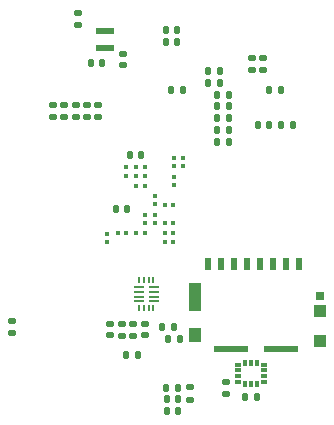
<source format=gbr>
%TF.GenerationSoftware,KiCad,Pcbnew,8.0.1*%
%TF.CreationDate,2024-03-29T03:09:59+00:00*%
%TF.ProjectId,watch_main,77617463-685f-46d6-9169-6e2e6b696361,rev?*%
%TF.SameCoordinates,Original*%
%TF.FileFunction,Paste,Bot*%
%TF.FilePolarity,Positive*%
%FSLAX46Y46*%
G04 Gerber Fmt 4.6, Leading zero omitted, Abs format (unit mm)*
G04 Created by KiCad (PCBNEW 8.0.1) date 2024-03-29 03:09:59*
%MOMM*%
%LPD*%
G01*
G04 APERTURE LIST*
G04 Aperture macros list*
%AMRoundRect*
0 Rectangle with rounded corners*
0 $1 Rounding radius*
0 $2 $3 $4 $5 $6 $7 $8 $9 X,Y pos of 4 corners*
0 Add a 4 corners polygon primitive as box body*
4,1,4,$2,$3,$4,$5,$6,$7,$8,$9,$2,$3,0*
0 Add four circle primitives for the rounded corners*
1,1,$1+$1,$2,$3*
1,1,$1+$1,$4,$5*
1,1,$1+$1,$6,$7*
1,1,$1+$1,$8,$9*
0 Add four rect primitives between the rounded corners*
20,1,$1+$1,$2,$3,$4,$5,0*
20,1,$1+$1,$4,$5,$6,$7,0*
20,1,$1+$1,$6,$7,$8,$9,0*
20,1,$1+$1,$8,$9,$2,$3,0*%
G04 Aperture macros list end*
%ADD10R,1.600000X0.550000*%
%ADD11RoundRect,0.135000X-0.185000X0.135000X-0.185000X-0.135000X0.185000X-0.135000X0.185000X0.135000X0*%
%ADD12RoundRect,0.079500X0.100500X-0.079500X0.100500X0.079500X-0.100500X0.079500X-0.100500X-0.079500X0*%
%ADD13RoundRect,0.140000X-0.140000X-0.170000X0.140000X-0.170000X0.140000X0.170000X-0.140000X0.170000X0*%
%ADD14RoundRect,0.135000X-0.135000X-0.185000X0.135000X-0.185000X0.135000X0.185000X-0.135000X0.185000X0*%
%ADD15RoundRect,0.140000X0.170000X-0.140000X0.170000X0.140000X-0.170000X0.140000X-0.170000X-0.140000X0*%
%ADD16RoundRect,0.140000X-0.170000X0.140000X-0.170000X-0.140000X0.170000X-0.140000X0.170000X0.140000X0*%
%ADD17RoundRect,0.140000X0.140000X0.170000X-0.140000X0.170000X-0.140000X-0.170000X0.140000X-0.170000X0*%
%ADD18R,0.900000X0.220000*%
%ADD19R,0.850000X0.220000*%
%ADD20R,0.220000X0.550000*%
%ADD21RoundRect,0.079500X-0.079500X-0.100500X0.079500X-0.100500X0.079500X0.100500X-0.079500X0.100500X0*%
%ADD22RoundRect,0.135000X0.185000X-0.135000X0.185000X0.135000X-0.185000X0.135000X-0.185000X-0.135000X0*%
%ADD23R,0.533400X0.304800*%
%ADD24R,0.304800X0.533400*%
%ADD25RoundRect,0.135000X0.135000X0.185000X-0.135000X0.185000X-0.135000X-0.185000X0.135000X-0.185000X0*%
%ADD26RoundRect,0.079500X0.079500X0.100500X-0.079500X0.100500X-0.079500X-0.100500X0.079500X-0.100500X0*%
%ADD27RoundRect,0.079500X-0.100500X0.079500X-0.100500X-0.079500X0.100500X-0.079500X0.100500X0.079500X0*%
%ADD28R,0.500000X1.000000*%
%ADD29R,0.720000X0.780000*%
%ADD30R,1.050000X1.080000*%
%ADD31R,1.050000X1.105000*%
%ADD32R,1.050000X1.200000*%
%ADD33R,1.050000X2.390000*%
%ADD34R,2.910000X0.550000*%
G04 APERTURE END LIST*
D10*
%TO.C,L301*%
X146400000Y-82325000D03*
X146400000Y-80875000D03*
%TD*%
D11*
%TO.C,R302*%
X145800000Y-87190000D03*
X145800000Y-88210000D03*
%TD*%
D12*
%TO.C,C909*%
X150600000Y-97145000D03*
X150600000Y-96455000D03*
%TD*%
D13*
%TO.C,C206*%
X161320000Y-88900000D03*
X162280000Y-88900000D03*
%TD*%
%TO.C,C305*%
X145220000Y-83600000D03*
X146180000Y-83600000D03*
%TD*%
D11*
%TO.C,R303*%
X142950000Y-87200000D03*
X142950000Y-88220000D03*
%TD*%
D14*
%TO.C,R1403*%
X151590000Y-111100000D03*
X152610000Y-111100000D03*
%TD*%
D11*
%TO.C,R1404*%
X153600000Y-111090000D03*
X153600000Y-112110000D03*
%TD*%
D14*
%TO.C,R206*%
X155890000Y-89300000D03*
X156910000Y-89300000D03*
%TD*%
D15*
%TO.C,C403*%
X146800000Y-106680000D03*
X146800000Y-105720000D03*
%TD*%
D13*
%TO.C,C1003*%
X152020000Y-85900000D03*
X152980000Y-85900000D03*
%TD*%
D12*
%TO.C,C912*%
X149800000Y-97145000D03*
X149800000Y-96455000D03*
%TD*%
D16*
%TO.C,C1304*%
X156599874Y-110650000D03*
X156599874Y-111610000D03*
%TD*%
D14*
%TO.C,R1402*%
X151190000Y-106000000D03*
X152210000Y-106000000D03*
%TD*%
D17*
%TO.C,C1401*%
X152580000Y-112100000D03*
X151620000Y-112100000D03*
%TD*%
D18*
%TO.C,IC1102*%
X149300000Y-103800000D03*
D19*
X149275000Y-103400000D03*
X149275000Y-103000000D03*
X149275000Y-102600000D03*
D20*
X149300000Y-102025000D03*
X149700000Y-102025000D03*
X150100000Y-102025000D03*
X150500000Y-102025000D03*
D19*
X150525000Y-102600000D03*
X150525000Y-103000000D03*
X150525000Y-103400000D03*
X150525000Y-103800000D03*
D20*
X150500000Y-104375000D03*
X150100000Y-104375000D03*
X149700000Y-104375000D03*
X149300000Y-104375000D03*
%TD*%
D12*
%TO.C,C908*%
X149800000Y-93145000D03*
X149800000Y-92455000D03*
%TD*%
D15*
%TO.C,C1005*%
X147900000Y-83780000D03*
X147900000Y-82820000D03*
%TD*%
D21*
%TO.C,C903*%
X151455000Y-98000000D03*
X152145000Y-98000000D03*
%TD*%
%TO.C,C910*%
X151455000Y-98800000D03*
X152145000Y-98800000D03*
%TD*%
D15*
%TO.C,C203*%
X158800000Y-84180000D03*
X158800000Y-83220000D03*
%TD*%
D14*
%TO.C,R806*%
X155890000Y-87300000D03*
X156910000Y-87300000D03*
%TD*%
D22*
%TO.C,R805*%
X147800000Y-106710000D03*
X147800000Y-105690000D03*
%TD*%
D21*
%TO.C,C911*%
X151455000Y-95600000D03*
X152145000Y-95600000D03*
%TD*%
D23*
%TO.C,U1301*%
X159881600Y-109149811D03*
X159881600Y-109649937D03*
X159881600Y-110150063D03*
X159881600Y-110650189D03*
D24*
X159251426Y-110789000D03*
X158751300Y-110789000D03*
X158251174Y-110789000D03*
D23*
X157621000Y-110650189D03*
X157621000Y-110150063D03*
X157621000Y-109649937D03*
X157621000Y-109149811D03*
D24*
X158251174Y-109011000D03*
X158751300Y-109011000D03*
X159251426Y-109011000D03*
%TD*%
D17*
%TO.C,C208*%
X160280000Y-88900000D03*
X159320000Y-88900000D03*
%TD*%
D25*
%TO.C,R1401*%
X152710000Y-107000000D03*
X151690000Y-107000000D03*
%TD*%
D14*
%TO.C,R808*%
X155890000Y-86300000D03*
X156910000Y-86300000D03*
%TD*%
D26*
%TO.C,C904*%
X149745000Y-94000000D03*
X149055000Y-94000000D03*
%TD*%
D22*
%TO.C,R401*%
X138500000Y-106510000D03*
X138500000Y-105490000D03*
%TD*%
D21*
%TO.C,C905*%
X151455000Y-97200000D03*
X152145000Y-97200000D03*
%TD*%
D16*
%TO.C,C1102*%
X149800000Y-105710000D03*
X149800000Y-106670000D03*
%TD*%
D26*
%TO.C,C919*%
X148145000Y-98000000D03*
X147455000Y-98000000D03*
%TD*%
D21*
%TO.C,C901*%
X149055000Y-98000000D03*
X149745000Y-98000000D03*
%TD*%
D17*
%TO.C,C913*%
X148280000Y-96000000D03*
X147320000Y-96000000D03*
%TD*%
%TO.C,C917*%
X149480000Y-91400000D03*
X148520000Y-91400000D03*
%TD*%
%TO.C,C1302*%
X159231300Y-111900000D03*
X158271300Y-111900000D03*
%TD*%
D27*
%TO.C,C915*%
X150600000Y-94855000D03*
X150600000Y-95545000D03*
%TD*%
%TO.C,C920*%
X152200000Y-93255000D03*
X152200000Y-93945000D03*
%TD*%
D15*
%TO.C,C302*%
X144100000Y-80380000D03*
X144100000Y-79420000D03*
%TD*%
D17*
%TO.C,C1002*%
X152480000Y-80800000D03*
X151520000Y-80800000D03*
%TD*%
D22*
%TO.C,R807*%
X148800000Y-106710000D03*
X148800000Y-105690000D03*
%TD*%
D12*
%TO.C,C902*%
X153000000Y-92345000D03*
X153000000Y-91655000D03*
%TD*%
D27*
%TO.C,C918*%
X148200000Y-92455000D03*
X148200000Y-93145000D03*
%TD*%
D14*
%TO.C,R101*%
X148190000Y-108300000D03*
X149210000Y-108300000D03*
%TD*%
D17*
%TO.C,C1402*%
X152580000Y-113100000D03*
X151620000Y-113100000D03*
%TD*%
D11*
%TO.C,R304*%
X143900000Y-87200000D03*
X143900000Y-88220000D03*
%TD*%
D12*
%TO.C,C916*%
X146600000Y-98745000D03*
X146600000Y-98055000D03*
%TD*%
D11*
%TO.C,R301*%
X144850000Y-87200000D03*
X144850000Y-88220000D03*
%TD*%
D14*
%TO.C,R803*%
X155090000Y-85300000D03*
X156110000Y-85300000D03*
%TD*%
D15*
%TO.C,C201*%
X159800000Y-84180000D03*
X159800000Y-83220000D03*
%TD*%
D28*
%TO.C,J1101*%
X162850000Y-100628285D03*
X161750000Y-100628285D03*
X160650000Y-100628285D03*
X159550000Y-100628285D03*
X158450000Y-100628285D03*
X157350000Y-100628285D03*
X156250000Y-100628285D03*
X155150000Y-100628285D03*
D29*
X164610000Y-103308285D03*
D30*
X164625000Y-104578285D03*
D31*
X164625000Y-107140785D03*
D32*
X153975000Y-106618285D03*
D33*
X153975000Y-103433285D03*
D34*
X161286000Y-107863285D03*
X157096000Y-107863285D03*
%TD*%
D17*
%TO.C,C204*%
X161280000Y-85900000D03*
X160320000Y-85900000D03*
%TD*%
D12*
%TO.C,C907*%
X149000000Y-93145000D03*
X149000000Y-92455000D03*
%TD*%
D14*
%TO.C,R801*%
X155090000Y-84300000D03*
X156110000Y-84300000D03*
%TD*%
D12*
%TO.C,C914*%
X152200000Y-92345000D03*
X152200000Y-91655000D03*
%TD*%
D14*
%TO.C,R205*%
X155890000Y-90300000D03*
X156910000Y-90300000D03*
%TD*%
%TO.C,R204*%
X155890000Y-88300000D03*
X156910000Y-88300000D03*
%TD*%
D11*
%TO.C,R305*%
X142000000Y-87190000D03*
X142000000Y-88210000D03*
%TD*%
D17*
%TO.C,C1004*%
X152480000Y-81799293D03*
X151520000Y-81799293D03*
%TD*%
M02*

</source>
